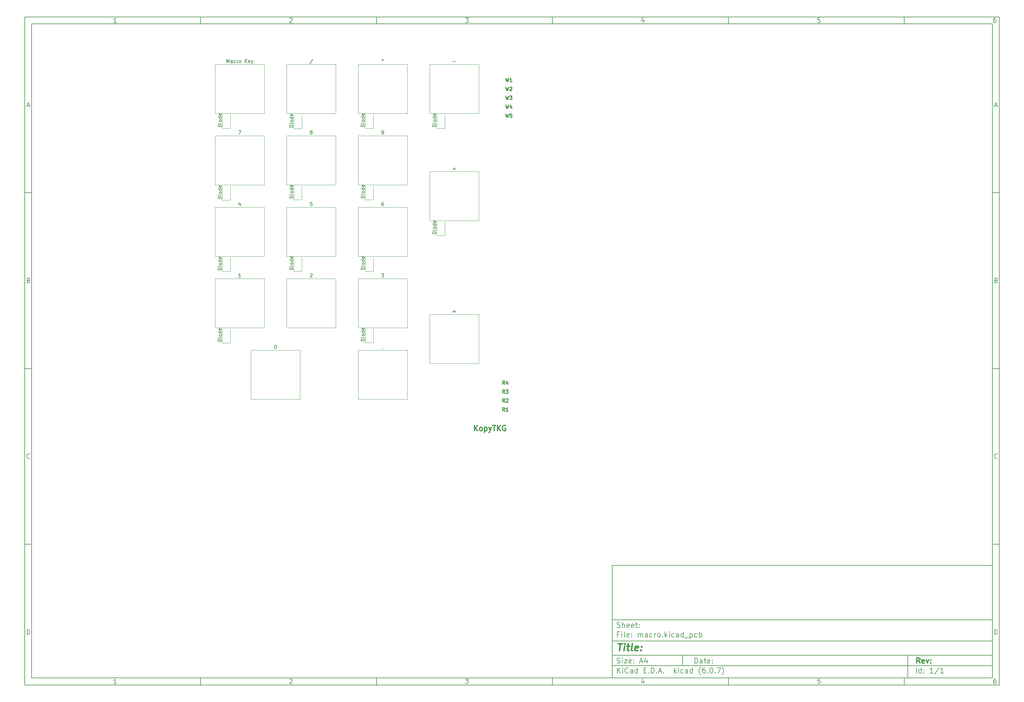
<source format=gbr>
%TF.GenerationSoftware,KiCad,Pcbnew,(6.0.7)*%
%TF.CreationDate,2022-08-16T17:25:39+02:00*%
%TF.ProjectId,macro,6d616372-6f2e-46b6-9963-61645f706362,rev?*%
%TF.SameCoordinates,Original*%
%TF.FileFunction,Legend,Top*%
%TF.FilePolarity,Positive*%
%FSLAX46Y46*%
G04 Gerber Fmt 4.6, Leading zero omitted, Abs format (unit mm)*
G04 Created by KiCad (PCBNEW (6.0.7)) date 2022-08-16 17:25:39*
%MOMM*%
%LPD*%
G01*
G04 APERTURE LIST*
%ADD10C,0.100000*%
%ADD11C,0.150000*%
%ADD12C,0.300000*%
%ADD13C,0.400000*%
%ADD14C,0.250000*%
%ADD15C,0.120000*%
G04 APERTURE END LIST*
D10*
D11*
X177002200Y-166007200D02*
X177002200Y-198007200D01*
X285002200Y-198007200D01*
X285002200Y-166007200D01*
X177002200Y-166007200D01*
D10*
D11*
X10000000Y-10000000D02*
X10000000Y-200007200D01*
X287002200Y-200007200D01*
X287002200Y-10000000D01*
X10000000Y-10000000D01*
D10*
D11*
X12000000Y-12000000D02*
X12000000Y-198007200D01*
X285002200Y-198007200D01*
X285002200Y-12000000D01*
X12000000Y-12000000D01*
D10*
D11*
X60000000Y-12000000D02*
X60000000Y-10000000D01*
D10*
D11*
X110000000Y-12000000D02*
X110000000Y-10000000D01*
D10*
D11*
X160000000Y-12000000D02*
X160000000Y-10000000D01*
D10*
D11*
X210000000Y-12000000D02*
X210000000Y-10000000D01*
D10*
D11*
X260000000Y-12000000D02*
X260000000Y-10000000D01*
D10*
D11*
X36065476Y-11588095D02*
X35322619Y-11588095D01*
X35694047Y-11588095D02*
X35694047Y-10288095D01*
X35570238Y-10473809D01*
X35446428Y-10597619D01*
X35322619Y-10659523D01*
D10*
D11*
X85322619Y-10411904D02*
X85384523Y-10350000D01*
X85508333Y-10288095D01*
X85817857Y-10288095D01*
X85941666Y-10350000D01*
X86003571Y-10411904D01*
X86065476Y-10535714D01*
X86065476Y-10659523D01*
X86003571Y-10845238D01*
X85260714Y-11588095D01*
X86065476Y-11588095D01*
D10*
D11*
X135260714Y-10288095D02*
X136065476Y-10288095D01*
X135632142Y-10783333D01*
X135817857Y-10783333D01*
X135941666Y-10845238D01*
X136003571Y-10907142D01*
X136065476Y-11030952D01*
X136065476Y-11340476D01*
X136003571Y-11464285D01*
X135941666Y-11526190D01*
X135817857Y-11588095D01*
X135446428Y-11588095D01*
X135322619Y-11526190D01*
X135260714Y-11464285D01*
D10*
D11*
X185941666Y-10721428D02*
X185941666Y-11588095D01*
X185632142Y-10226190D02*
X185322619Y-11154761D01*
X186127380Y-11154761D01*
D10*
D11*
X236003571Y-10288095D02*
X235384523Y-10288095D01*
X235322619Y-10907142D01*
X235384523Y-10845238D01*
X235508333Y-10783333D01*
X235817857Y-10783333D01*
X235941666Y-10845238D01*
X236003571Y-10907142D01*
X236065476Y-11030952D01*
X236065476Y-11340476D01*
X236003571Y-11464285D01*
X235941666Y-11526190D01*
X235817857Y-11588095D01*
X235508333Y-11588095D01*
X235384523Y-11526190D01*
X235322619Y-11464285D01*
D10*
D11*
X285941666Y-10288095D02*
X285694047Y-10288095D01*
X285570238Y-10350000D01*
X285508333Y-10411904D01*
X285384523Y-10597619D01*
X285322619Y-10845238D01*
X285322619Y-11340476D01*
X285384523Y-11464285D01*
X285446428Y-11526190D01*
X285570238Y-11588095D01*
X285817857Y-11588095D01*
X285941666Y-11526190D01*
X286003571Y-11464285D01*
X286065476Y-11340476D01*
X286065476Y-11030952D01*
X286003571Y-10907142D01*
X285941666Y-10845238D01*
X285817857Y-10783333D01*
X285570238Y-10783333D01*
X285446428Y-10845238D01*
X285384523Y-10907142D01*
X285322619Y-11030952D01*
D10*
D11*
X60000000Y-198007200D02*
X60000000Y-200007200D01*
D10*
D11*
X110000000Y-198007200D02*
X110000000Y-200007200D01*
D10*
D11*
X160000000Y-198007200D02*
X160000000Y-200007200D01*
D10*
D11*
X210000000Y-198007200D02*
X210000000Y-200007200D01*
D10*
D11*
X260000000Y-198007200D02*
X260000000Y-200007200D01*
D10*
D11*
X36065476Y-199595295D02*
X35322619Y-199595295D01*
X35694047Y-199595295D02*
X35694047Y-198295295D01*
X35570238Y-198481009D01*
X35446428Y-198604819D01*
X35322619Y-198666723D01*
D10*
D11*
X85322619Y-198419104D02*
X85384523Y-198357200D01*
X85508333Y-198295295D01*
X85817857Y-198295295D01*
X85941666Y-198357200D01*
X86003571Y-198419104D01*
X86065476Y-198542914D01*
X86065476Y-198666723D01*
X86003571Y-198852438D01*
X85260714Y-199595295D01*
X86065476Y-199595295D01*
D10*
D11*
X135260714Y-198295295D02*
X136065476Y-198295295D01*
X135632142Y-198790533D01*
X135817857Y-198790533D01*
X135941666Y-198852438D01*
X136003571Y-198914342D01*
X136065476Y-199038152D01*
X136065476Y-199347676D01*
X136003571Y-199471485D01*
X135941666Y-199533390D01*
X135817857Y-199595295D01*
X135446428Y-199595295D01*
X135322619Y-199533390D01*
X135260714Y-199471485D01*
D10*
D11*
X185941666Y-198728628D02*
X185941666Y-199595295D01*
X185632142Y-198233390D02*
X185322619Y-199161961D01*
X186127380Y-199161961D01*
D10*
D11*
X236003571Y-198295295D02*
X235384523Y-198295295D01*
X235322619Y-198914342D01*
X235384523Y-198852438D01*
X235508333Y-198790533D01*
X235817857Y-198790533D01*
X235941666Y-198852438D01*
X236003571Y-198914342D01*
X236065476Y-199038152D01*
X236065476Y-199347676D01*
X236003571Y-199471485D01*
X235941666Y-199533390D01*
X235817857Y-199595295D01*
X235508333Y-199595295D01*
X235384523Y-199533390D01*
X235322619Y-199471485D01*
D10*
D11*
X285941666Y-198295295D02*
X285694047Y-198295295D01*
X285570238Y-198357200D01*
X285508333Y-198419104D01*
X285384523Y-198604819D01*
X285322619Y-198852438D01*
X285322619Y-199347676D01*
X285384523Y-199471485D01*
X285446428Y-199533390D01*
X285570238Y-199595295D01*
X285817857Y-199595295D01*
X285941666Y-199533390D01*
X286003571Y-199471485D01*
X286065476Y-199347676D01*
X286065476Y-199038152D01*
X286003571Y-198914342D01*
X285941666Y-198852438D01*
X285817857Y-198790533D01*
X285570238Y-198790533D01*
X285446428Y-198852438D01*
X285384523Y-198914342D01*
X285322619Y-199038152D01*
D10*
D11*
X10000000Y-60000000D02*
X12000000Y-60000000D01*
D10*
D11*
X10000000Y-110000000D02*
X12000000Y-110000000D01*
D10*
D11*
X10000000Y-160000000D02*
X12000000Y-160000000D01*
D10*
D11*
X10690476Y-35216666D02*
X11309523Y-35216666D01*
X10566666Y-35588095D02*
X11000000Y-34288095D01*
X11433333Y-35588095D01*
D10*
D11*
X11092857Y-84907142D02*
X11278571Y-84969047D01*
X11340476Y-85030952D01*
X11402380Y-85154761D01*
X11402380Y-85340476D01*
X11340476Y-85464285D01*
X11278571Y-85526190D01*
X11154761Y-85588095D01*
X10659523Y-85588095D01*
X10659523Y-84288095D01*
X11092857Y-84288095D01*
X11216666Y-84350000D01*
X11278571Y-84411904D01*
X11340476Y-84535714D01*
X11340476Y-84659523D01*
X11278571Y-84783333D01*
X11216666Y-84845238D01*
X11092857Y-84907142D01*
X10659523Y-84907142D01*
D10*
D11*
X11402380Y-135464285D02*
X11340476Y-135526190D01*
X11154761Y-135588095D01*
X11030952Y-135588095D01*
X10845238Y-135526190D01*
X10721428Y-135402380D01*
X10659523Y-135278571D01*
X10597619Y-135030952D01*
X10597619Y-134845238D01*
X10659523Y-134597619D01*
X10721428Y-134473809D01*
X10845238Y-134350000D01*
X11030952Y-134288095D01*
X11154761Y-134288095D01*
X11340476Y-134350000D01*
X11402380Y-134411904D01*
D10*
D11*
X10659523Y-185588095D02*
X10659523Y-184288095D01*
X10969047Y-184288095D01*
X11154761Y-184350000D01*
X11278571Y-184473809D01*
X11340476Y-184597619D01*
X11402380Y-184845238D01*
X11402380Y-185030952D01*
X11340476Y-185278571D01*
X11278571Y-185402380D01*
X11154761Y-185526190D01*
X10969047Y-185588095D01*
X10659523Y-185588095D01*
D10*
D11*
X287002200Y-60000000D02*
X285002200Y-60000000D01*
D10*
D11*
X287002200Y-110000000D02*
X285002200Y-110000000D01*
D10*
D11*
X287002200Y-160000000D02*
X285002200Y-160000000D01*
D10*
D11*
X285692676Y-35216666D02*
X286311723Y-35216666D01*
X285568866Y-35588095D02*
X286002200Y-34288095D01*
X286435533Y-35588095D01*
D10*
D11*
X286095057Y-84907142D02*
X286280771Y-84969047D01*
X286342676Y-85030952D01*
X286404580Y-85154761D01*
X286404580Y-85340476D01*
X286342676Y-85464285D01*
X286280771Y-85526190D01*
X286156961Y-85588095D01*
X285661723Y-85588095D01*
X285661723Y-84288095D01*
X286095057Y-84288095D01*
X286218866Y-84350000D01*
X286280771Y-84411904D01*
X286342676Y-84535714D01*
X286342676Y-84659523D01*
X286280771Y-84783333D01*
X286218866Y-84845238D01*
X286095057Y-84907142D01*
X285661723Y-84907142D01*
D10*
D11*
X286404580Y-135464285D02*
X286342676Y-135526190D01*
X286156961Y-135588095D01*
X286033152Y-135588095D01*
X285847438Y-135526190D01*
X285723628Y-135402380D01*
X285661723Y-135278571D01*
X285599819Y-135030952D01*
X285599819Y-134845238D01*
X285661723Y-134597619D01*
X285723628Y-134473809D01*
X285847438Y-134350000D01*
X286033152Y-134288095D01*
X286156961Y-134288095D01*
X286342676Y-134350000D01*
X286404580Y-134411904D01*
D10*
D11*
X285661723Y-185588095D02*
X285661723Y-184288095D01*
X285971247Y-184288095D01*
X286156961Y-184350000D01*
X286280771Y-184473809D01*
X286342676Y-184597619D01*
X286404580Y-184845238D01*
X286404580Y-185030952D01*
X286342676Y-185278571D01*
X286280771Y-185402380D01*
X286156961Y-185526190D01*
X285971247Y-185588095D01*
X285661723Y-185588095D01*
D10*
D11*
X200434342Y-193785771D02*
X200434342Y-192285771D01*
X200791485Y-192285771D01*
X201005771Y-192357200D01*
X201148628Y-192500057D01*
X201220057Y-192642914D01*
X201291485Y-192928628D01*
X201291485Y-193142914D01*
X201220057Y-193428628D01*
X201148628Y-193571485D01*
X201005771Y-193714342D01*
X200791485Y-193785771D01*
X200434342Y-193785771D01*
X202577200Y-193785771D02*
X202577200Y-193000057D01*
X202505771Y-192857200D01*
X202362914Y-192785771D01*
X202077200Y-192785771D01*
X201934342Y-192857200D01*
X202577200Y-193714342D02*
X202434342Y-193785771D01*
X202077200Y-193785771D01*
X201934342Y-193714342D01*
X201862914Y-193571485D01*
X201862914Y-193428628D01*
X201934342Y-193285771D01*
X202077200Y-193214342D01*
X202434342Y-193214342D01*
X202577200Y-193142914D01*
X203077200Y-192785771D02*
X203648628Y-192785771D01*
X203291485Y-192285771D02*
X203291485Y-193571485D01*
X203362914Y-193714342D01*
X203505771Y-193785771D01*
X203648628Y-193785771D01*
X204720057Y-193714342D02*
X204577200Y-193785771D01*
X204291485Y-193785771D01*
X204148628Y-193714342D01*
X204077200Y-193571485D01*
X204077200Y-193000057D01*
X204148628Y-192857200D01*
X204291485Y-192785771D01*
X204577200Y-192785771D01*
X204720057Y-192857200D01*
X204791485Y-193000057D01*
X204791485Y-193142914D01*
X204077200Y-193285771D01*
X205434342Y-193642914D02*
X205505771Y-193714342D01*
X205434342Y-193785771D01*
X205362914Y-193714342D01*
X205434342Y-193642914D01*
X205434342Y-193785771D01*
X205434342Y-192857200D02*
X205505771Y-192928628D01*
X205434342Y-193000057D01*
X205362914Y-192928628D01*
X205434342Y-192857200D01*
X205434342Y-193000057D01*
D10*
D11*
X177002200Y-194507200D02*
X285002200Y-194507200D01*
D10*
D11*
X178434342Y-196585771D02*
X178434342Y-195085771D01*
X179291485Y-196585771D02*
X178648628Y-195728628D01*
X179291485Y-195085771D02*
X178434342Y-195942914D01*
X179934342Y-196585771D02*
X179934342Y-195585771D01*
X179934342Y-195085771D02*
X179862914Y-195157200D01*
X179934342Y-195228628D01*
X180005771Y-195157200D01*
X179934342Y-195085771D01*
X179934342Y-195228628D01*
X181505771Y-196442914D02*
X181434342Y-196514342D01*
X181220057Y-196585771D01*
X181077200Y-196585771D01*
X180862914Y-196514342D01*
X180720057Y-196371485D01*
X180648628Y-196228628D01*
X180577200Y-195942914D01*
X180577200Y-195728628D01*
X180648628Y-195442914D01*
X180720057Y-195300057D01*
X180862914Y-195157200D01*
X181077200Y-195085771D01*
X181220057Y-195085771D01*
X181434342Y-195157200D01*
X181505771Y-195228628D01*
X182791485Y-196585771D02*
X182791485Y-195800057D01*
X182720057Y-195657200D01*
X182577200Y-195585771D01*
X182291485Y-195585771D01*
X182148628Y-195657200D01*
X182791485Y-196514342D02*
X182648628Y-196585771D01*
X182291485Y-196585771D01*
X182148628Y-196514342D01*
X182077200Y-196371485D01*
X182077200Y-196228628D01*
X182148628Y-196085771D01*
X182291485Y-196014342D01*
X182648628Y-196014342D01*
X182791485Y-195942914D01*
X184148628Y-196585771D02*
X184148628Y-195085771D01*
X184148628Y-196514342D02*
X184005771Y-196585771D01*
X183720057Y-196585771D01*
X183577200Y-196514342D01*
X183505771Y-196442914D01*
X183434342Y-196300057D01*
X183434342Y-195871485D01*
X183505771Y-195728628D01*
X183577200Y-195657200D01*
X183720057Y-195585771D01*
X184005771Y-195585771D01*
X184148628Y-195657200D01*
X186005771Y-195800057D02*
X186505771Y-195800057D01*
X186720057Y-196585771D02*
X186005771Y-196585771D01*
X186005771Y-195085771D01*
X186720057Y-195085771D01*
X187362914Y-196442914D02*
X187434342Y-196514342D01*
X187362914Y-196585771D01*
X187291485Y-196514342D01*
X187362914Y-196442914D01*
X187362914Y-196585771D01*
X188077200Y-196585771D02*
X188077200Y-195085771D01*
X188434342Y-195085771D01*
X188648628Y-195157200D01*
X188791485Y-195300057D01*
X188862914Y-195442914D01*
X188934342Y-195728628D01*
X188934342Y-195942914D01*
X188862914Y-196228628D01*
X188791485Y-196371485D01*
X188648628Y-196514342D01*
X188434342Y-196585771D01*
X188077200Y-196585771D01*
X189577200Y-196442914D02*
X189648628Y-196514342D01*
X189577200Y-196585771D01*
X189505771Y-196514342D01*
X189577200Y-196442914D01*
X189577200Y-196585771D01*
X190220057Y-196157200D02*
X190934342Y-196157200D01*
X190077200Y-196585771D02*
X190577200Y-195085771D01*
X191077200Y-196585771D01*
X191577200Y-196442914D02*
X191648628Y-196514342D01*
X191577200Y-196585771D01*
X191505771Y-196514342D01*
X191577200Y-196442914D01*
X191577200Y-196585771D01*
X194577200Y-196585771D02*
X194577200Y-195085771D01*
X194720057Y-196014342D02*
X195148628Y-196585771D01*
X195148628Y-195585771D02*
X194577200Y-196157200D01*
X195791485Y-196585771D02*
X195791485Y-195585771D01*
X195791485Y-195085771D02*
X195720057Y-195157200D01*
X195791485Y-195228628D01*
X195862914Y-195157200D01*
X195791485Y-195085771D01*
X195791485Y-195228628D01*
X197148628Y-196514342D02*
X197005771Y-196585771D01*
X196720057Y-196585771D01*
X196577200Y-196514342D01*
X196505771Y-196442914D01*
X196434342Y-196300057D01*
X196434342Y-195871485D01*
X196505771Y-195728628D01*
X196577200Y-195657200D01*
X196720057Y-195585771D01*
X197005771Y-195585771D01*
X197148628Y-195657200D01*
X198434342Y-196585771D02*
X198434342Y-195800057D01*
X198362914Y-195657200D01*
X198220057Y-195585771D01*
X197934342Y-195585771D01*
X197791485Y-195657200D01*
X198434342Y-196514342D02*
X198291485Y-196585771D01*
X197934342Y-196585771D01*
X197791485Y-196514342D01*
X197720057Y-196371485D01*
X197720057Y-196228628D01*
X197791485Y-196085771D01*
X197934342Y-196014342D01*
X198291485Y-196014342D01*
X198434342Y-195942914D01*
X199791485Y-196585771D02*
X199791485Y-195085771D01*
X199791485Y-196514342D02*
X199648628Y-196585771D01*
X199362914Y-196585771D01*
X199220057Y-196514342D01*
X199148628Y-196442914D01*
X199077200Y-196300057D01*
X199077200Y-195871485D01*
X199148628Y-195728628D01*
X199220057Y-195657200D01*
X199362914Y-195585771D01*
X199648628Y-195585771D01*
X199791485Y-195657200D01*
X202077200Y-197157200D02*
X202005771Y-197085771D01*
X201862914Y-196871485D01*
X201791485Y-196728628D01*
X201720057Y-196514342D01*
X201648628Y-196157200D01*
X201648628Y-195871485D01*
X201720057Y-195514342D01*
X201791485Y-195300057D01*
X201862914Y-195157200D01*
X202005771Y-194942914D01*
X202077200Y-194871485D01*
X203291485Y-195085771D02*
X203005771Y-195085771D01*
X202862914Y-195157200D01*
X202791485Y-195228628D01*
X202648628Y-195442914D01*
X202577200Y-195728628D01*
X202577200Y-196300057D01*
X202648628Y-196442914D01*
X202720057Y-196514342D01*
X202862914Y-196585771D01*
X203148628Y-196585771D01*
X203291485Y-196514342D01*
X203362914Y-196442914D01*
X203434342Y-196300057D01*
X203434342Y-195942914D01*
X203362914Y-195800057D01*
X203291485Y-195728628D01*
X203148628Y-195657200D01*
X202862914Y-195657200D01*
X202720057Y-195728628D01*
X202648628Y-195800057D01*
X202577200Y-195942914D01*
X204077200Y-196442914D02*
X204148628Y-196514342D01*
X204077200Y-196585771D01*
X204005771Y-196514342D01*
X204077200Y-196442914D01*
X204077200Y-196585771D01*
X205077200Y-195085771D02*
X205220057Y-195085771D01*
X205362914Y-195157200D01*
X205434342Y-195228628D01*
X205505771Y-195371485D01*
X205577200Y-195657200D01*
X205577200Y-196014342D01*
X205505771Y-196300057D01*
X205434342Y-196442914D01*
X205362914Y-196514342D01*
X205220057Y-196585771D01*
X205077200Y-196585771D01*
X204934342Y-196514342D01*
X204862914Y-196442914D01*
X204791485Y-196300057D01*
X204720057Y-196014342D01*
X204720057Y-195657200D01*
X204791485Y-195371485D01*
X204862914Y-195228628D01*
X204934342Y-195157200D01*
X205077200Y-195085771D01*
X206220057Y-196442914D02*
X206291485Y-196514342D01*
X206220057Y-196585771D01*
X206148628Y-196514342D01*
X206220057Y-196442914D01*
X206220057Y-196585771D01*
X206791485Y-195085771D02*
X207791485Y-195085771D01*
X207148628Y-196585771D01*
X208220057Y-197157200D02*
X208291485Y-197085771D01*
X208434342Y-196871485D01*
X208505771Y-196728628D01*
X208577200Y-196514342D01*
X208648628Y-196157200D01*
X208648628Y-195871485D01*
X208577200Y-195514342D01*
X208505771Y-195300057D01*
X208434342Y-195157200D01*
X208291485Y-194942914D01*
X208220057Y-194871485D01*
D10*
D11*
X177002200Y-191507200D02*
X285002200Y-191507200D01*
D10*
D12*
X264411485Y-193785771D02*
X263911485Y-193071485D01*
X263554342Y-193785771D02*
X263554342Y-192285771D01*
X264125771Y-192285771D01*
X264268628Y-192357200D01*
X264340057Y-192428628D01*
X264411485Y-192571485D01*
X264411485Y-192785771D01*
X264340057Y-192928628D01*
X264268628Y-193000057D01*
X264125771Y-193071485D01*
X263554342Y-193071485D01*
X265625771Y-193714342D02*
X265482914Y-193785771D01*
X265197200Y-193785771D01*
X265054342Y-193714342D01*
X264982914Y-193571485D01*
X264982914Y-193000057D01*
X265054342Y-192857200D01*
X265197200Y-192785771D01*
X265482914Y-192785771D01*
X265625771Y-192857200D01*
X265697200Y-193000057D01*
X265697200Y-193142914D01*
X264982914Y-193285771D01*
X266197200Y-192785771D02*
X266554342Y-193785771D01*
X266911485Y-192785771D01*
X267482914Y-193642914D02*
X267554342Y-193714342D01*
X267482914Y-193785771D01*
X267411485Y-193714342D01*
X267482914Y-193642914D01*
X267482914Y-193785771D01*
X267482914Y-192857200D02*
X267554342Y-192928628D01*
X267482914Y-193000057D01*
X267411485Y-192928628D01*
X267482914Y-192857200D01*
X267482914Y-193000057D01*
D10*
D11*
X178362914Y-193714342D02*
X178577200Y-193785771D01*
X178934342Y-193785771D01*
X179077200Y-193714342D01*
X179148628Y-193642914D01*
X179220057Y-193500057D01*
X179220057Y-193357200D01*
X179148628Y-193214342D01*
X179077200Y-193142914D01*
X178934342Y-193071485D01*
X178648628Y-193000057D01*
X178505771Y-192928628D01*
X178434342Y-192857200D01*
X178362914Y-192714342D01*
X178362914Y-192571485D01*
X178434342Y-192428628D01*
X178505771Y-192357200D01*
X178648628Y-192285771D01*
X179005771Y-192285771D01*
X179220057Y-192357200D01*
X179862914Y-193785771D02*
X179862914Y-192785771D01*
X179862914Y-192285771D02*
X179791485Y-192357200D01*
X179862914Y-192428628D01*
X179934342Y-192357200D01*
X179862914Y-192285771D01*
X179862914Y-192428628D01*
X180434342Y-192785771D02*
X181220057Y-192785771D01*
X180434342Y-193785771D01*
X181220057Y-193785771D01*
X182362914Y-193714342D02*
X182220057Y-193785771D01*
X181934342Y-193785771D01*
X181791485Y-193714342D01*
X181720057Y-193571485D01*
X181720057Y-193000057D01*
X181791485Y-192857200D01*
X181934342Y-192785771D01*
X182220057Y-192785771D01*
X182362914Y-192857200D01*
X182434342Y-193000057D01*
X182434342Y-193142914D01*
X181720057Y-193285771D01*
X183077200Y-193642914D02*
X183148628Y-193714342D01*
X183077200Y-193785771D01*
X183005771Y-193714342D01*
X183077200Y-193642914D01*
X183077200Y-193785771D01*
X183077200Y-192857200D02*
X183148628Y-192928628D01*
X183077200Y-193000057D01*
X183005771Y-192928628D01*
X183077200Y-192857200D01*
X183077200Y-193000057D01*
X184862914Y-193357200D02*
X185577200Y-193357200D01*
X184720057Y-193785771D02*
X185220057Y-192285771D01*
X185720057Y-193785771D01*
X186862914Y-192785771D02*
X186862914Y-193785771D01*
X186505771Y-192214342D02*
X186148628Y-193285771D01*
X187077200Y-193285771D01*
D10*
D11*
X263434342Y-196585771D02*
X263434342Y-195085771D01*
X264791485Y-196585771D02*
X264791485Y-195085771D01*
X264791485Y-196514342D02*
X264648628Y-196585771D01*
X264362914Y-196585771D01*
X264220057Y-196514342D01*
X264148628Y-196442914D01*
X264077200Y-196300057D01*
X264077200Y-195871485D01*
X264148628Y-195728628D01*
X264220057Y-195657200D01*
X264362914Y-195585771D01*
X264648628Y-195585771D01*
X264791485Y-195657200D01*
X265505771Y-196442914D02*
X265577200Y-196514342D01*
X265505771Y-196585771D01*
X265434342Y-196514342D01*
X265505771Y-196442914D01*
X265505771Y-196585771D01*
X265505771Y-195657200D02*
X265577200Y-195728628D01*
X265505771Y-195800057D01*
X265434342Y-195728628D01*
X265505771Y-195657200D01*
X265505771Y-195800057D01*
X268148628Y-196585771D02*
X267291485Y-196585771D01*
X267720057Y-196585771D02*
X267720057Y-195085771D01*
X267577200Y-195300057D01*
X267434342Y-195442914D01*
X267291485Y-195514342D01*
X269862914Y-195014342D02*
X268577200Y-196942914D01*
X271148628Y-196585771D02*
X270291485Y-196585771D01*
X270720057Y-196585771D02*
X270720057Y-195085771D01*
X270577200Y-195300057D01*
X270434342Y-195442914D01*
X270291485Y-195514342D01*
D10*
D11*
X177002200Y-187507200D02*
X285002200Y-187507200D01*
D10*
D13*
X178714580Y-188211961D02*
X179857438Y-188211961D01*
X179036009Y-190211961D02*
X179286009Y-188211961D01*
X180274104Y-190211961D02*
X180440771Y-188878628D01*
X180524104Y-188211961D02*
X180416961Y-188307200D01*
X180500295Y-188402438D01*
X180607438Y-188307200D01*
X180524104Y-188211961D01*
X180500295Y-188402438D01*
X181107438Y-188878628D02*
X181869342Y-188878628D01*
X181476485Y-188211961D02*
X181262200Y-189926247D01*
X181333628Y-190116723D01*
X181512200Y-190211961D01*
X181702676Y-190211961D01*
X182655057Y-190211961D02*
X182476485Y-190116723D01*
X182405057Y-189926247D01*
X182619342Y-188211961D01*
X184190771Y-190116723D02*
X183988390Y-190211961D01*
X183607438Y-190211961D01*
X183428866Y-190116723D01*
X183357438Y-189926247D01*
X183452676Y-189164342D01*
X183571723Y-188973866D01*
X183774104Y-188878628D01*
X184155057Y-188878628D01*
X184333628Y-188973866D01*
X184405057Y-189164342D01*
X184381247Y-189354819D01*
X183405057Y-189545295D01*
X185155057Y-190021485D02*
X185238390Y-190116723D01*
X185131247Y-190211961D01*
X185047914Y-190116723D01*
X185155057Y-190021485D01*
X185131247Y-190211961D01*
X185286009Y-188973866D02*
X185369342Y-189069104D01*
X185262200Y-189164342D01*
X185178866Y-189069104D01*
X185286009Y-188973866D01*
X185262200Y-189164342D01*
D10*
D11*
X178934342Y-185600057D02*
X178434342Y-185600057D01*
X178434342Y-186385771D02*
X178434342Y-184885771D01*
X179148628Y-184885771D01*
X179720057Y-186385771D02*
X179720057Y-185385771D01*
X179720057Y-184885771D02*
X179648628Y-184957200D01*
X179720057Y-185028628D01*
X179791485Y-184957200D01*
X179720057Y-184885771D01*
X179720057Y-185028628D01*
X180648628Y-186385771D02*
X180505771Y-186314342D01*
X180434342Y-186171485D01*
X180434342Y-184885771D01*
X181791485Y-186314342D02*
X181648628Y-186385771D01*
X181362914Y-186385771D01*
X181220057Y-186314342D01*
X181148628Y-186171485D01*
X181148628Y-185600057D01*
X181220057Y-185457200D01*
X181362914Y-185385771D01*
X181648628Y-185385771D01*
X181791485Y-185457200D01*
X181862914Y-185600057D01*
X181862914Y-185742914D01*
X181148628Y-185885771D01*
X182505771Y-186242914D02*
X182577200Y-186314342D01*
X182505771Y-186385771D01*
X182434342Y-186314342D01*
X182505771Y-186242914D01*
X182505771Y-186385771D01*
X182505771Y-185457200D02*
X182577200Y-185528628D01*
X182505771Y-185600057D01*
X182434342Y-185528628D01*
X182505771Y-185457200D01*
X182505771Y-185600057D01*
X184362914Y-186385771D02*
X184362914Y-185385771D01*
X184362914Y-185528628D02*
X184434342Y-185457200D01*
X184577200Y-185385771D01*
X184791485Y-185385771D01*
X184934342Y-185457200D01*
X185005771Y-185600057D01*
X185005771Y-186385771D01*
X185005771Y-185600057D02*
X185077200Y-185457200D01*
X185220057Y-185385771D01*
X185434342Y-185385771D01*
X185577200Y-185457200D01*
X185648628Y-185600057D01*
X185648628Y-186385771D01*
X187005771Y-186385771D02*
X187005771Y-185600057D01*
X186934342Y-185457200D01*
X186791485Y-185385771D01*
X186505771Y-185385771D01*
X186362914Y-185457200D01*
X187005771Y-186314342D02*
X186862914Y-186385771D01*
X186505771Y-186385771D01*
X186362914Y-186314342D01*
X186291485Y-186171485D01*
X186291485Y-186028628D01*
X186362914Y-185885771D01*
X186505771Y-185814342D01*
X186862914Y-185814342D01*
X187005771Y-185742914D01*
X188362914Y-186314342D02*
X188220057Y-186385771D01*
X187934342Y-186385771D01*
X187791485Y-186314342D01*
X187720057Y-186242914D01*
X187648628Y-186100057D01*
X187648628Y-185671485D01*
X187720057Y-185528628D01*
X187791485Y-185457200D01*
X187934342Y-185385771D01*
X188220057Y-185385771D01*
X188362914Y-185457200D01*
X189005771Y-186385771D02*
X189005771Y-185385771D01*
X189005771Y-185671485D02*
X189077200Y-185528628D01*
X189148628Y-185457200D01*
X189291485Y-185385771D01*
X189434342Y-185385771D01*
X190148628Y-186385771D02*
X190005771Y-186314342D01*
X189934342Y-186242914D01*
X189862914Y-186100057D01*
X189862914Y-185671485D01*
X189934342Y-185528628D01*
X190005771Y-185457200D01*
X190148628Y-185385771D01*
X190362914Y-185385771D01*
X190505771Y-185457200D01*
X190577200Y-185528628D01*
X190648628Y-185671485D01*
X190648628Y-186100057D01*
X190577200Y-186242914D01*
X190505771Y-186314342D01*
X190362914Y-186385771D01*
X190148628Y-186385771D01*
X191291485Y-186242914D02*
X191362914Y-186314342D01*
X191291485Y-186385771D01*
X191220057Y-186314342D01*
X191291485Y-186242914D01*
X191291485Y-186385771D01*
X192005771Y-186385771D02*
X192005771Y-184885771D01*
X192148628Y-185814342D02*
X192577200Y-186385771D01*
X192577200Y-185385771D02*
X192005771Y-185957200D01*
X193220057Y-186385771D02*
X193220057Y-185385771D01*
X193220057Y-184885771D02*
X193148628Y-184957200D01*
X193220057Y-185028628D01*
X193291485Y-184957200D01*
X193220057Y-184885771D01*
X193220057Y-185028628D01*
X194577200Y-186314342D02*
X194434342Y-186385771D01*
X194148628Y-186385771D01*
X194005771Y-186314342D01*
X193934342Y-186242914D01*
X193862914Y-186100057D01*
X193862914Y-185671485D01*
X193934342Y-185528628D01*
X194005771Y-185457200D01*
X194148628Y-185385771D01*
X194434342Y-185385771D01*
X194577200Y-185457200D01*
X195862914Y-186385771D02*
X195862914Y-185600057D01*
X195791485Y-185457200D01*
X195648628Y-185385771D01*
X195362914Y-185385771D01*
X195220057Y-185457200D01*
X195862914Y-186314342D02*
X195720057Y-186385771D01*
X195362914Y-186385771D01*
X195220057Y-186314342D01*
X195148628Y-186171485D01*
X195148628Y-186028628D01*
X195220057Y-185885771D01*
X195362914Y-185814342D01*
X195720057Y-185814342D01*
X195862914Y-185742914D01*
X197220057Y-186385771D02*
X197220057Y-184885771D01*
X197220057Y-186314342D02*
X197077200Y-186385771D01*
X196791485Y-186385771D01*
X196648628Y-186314342D01*
X196577200Y-186242914D01*
X196505771Y-186100057D01*
X196505771Y-185671485D01*
X196577200Y-185528628D01*
X196648628Y-185457200D01*
X196791485Y-185385771D01*
X197077200Y-185385771D01*
X197220057Y-185457200D01*
X197577200Y-186528628D02*
X198720057Y-186528628D01*
X199077200Y-185385771D02*
X199077200Y-186885771D01*
X199077200Y-185457200D02*
X199220057Y-185385771D01*
X199505771Y-185385771D01*
X199648628Y-185457200D01*
X199720057Y-185528628D01*
X199791485Y-185671485D01*
X199791485Y-186100057D01*
X199720057Y-186242914D01*
X199648628Y-186314342D01*
X199505771Y-186385771D01*
X199220057Y-186385771D01*
X199077200Y-186314342D01*
X201077200Y-186314342D02*
X200934342Y-186385771D01*
X200648628Y-186385771D01*
X200505771Y-186314342D01*
X200434342Y-186242914D01*
X200362914Y-186100057D01*
X200362914Y-185671485D01*
X200434342Y-185528628D01*
X200505771Y-185457200D01*
X200648628Y-185385771D01*
X200934342Y-185385771D01*
X201077200Y-185457200D01*
X201720057Y-186385771D02*
X201720057Y-184885771D01*
X201720057Y-185457200D02*
X201862914Y-185385771D01*
X202148628Y-185385771D01*
X202291485Y-185457200D01*
X202362914Y-185528628D01*
X202434342Y-185671485D01*
X202434342Y-186100057D01*
X202362914Y-186242914D01*
X202291485Y-186314342D01*
X202148628Y-186385771D01*
X201862914Y-186385771D01*
X201720057Y-186314342D01*
D10*
D11*
X177002200Y-181507200D02*
X285002200Y-181507200D01*
D10*
D11*
X178362914Y-183614342D02*
X178577200Y-183685771D01*
X178934342Y-183685771D01*
X179077200Y-183614342D01*
X179148628Y-183542914D01*
X179220057Y-183400057D01*
X179220057Y-183257200D01*
X179148628Y-183114342D01*
X179077200Y-183042914D01*
X178934342Y-182971485D01*
X178648628Y-182900057D01*
X178505771Y-182828628D01*
X178434342Y-182757200D01*
X178362914Y-182614342D01*
X178362914Y-182471485D01*
X178434342Y-182328628D01*
X178505771Y-182257200D01*
X178648628Y-182185771D01*
X179005771Y-182185771D01*
X179220057Y-182257200D01*
X179862914Y-183685771D02*
X179862914Y-182185771D01*
X180505771Y-183685771D02*
X180505771Y-182900057D01*
X180434342Y-182757200D01*
X180291485Y-182685771D01*
X180077200Y-182685771D01*
X179934342Y-182757200D01*
X179862914Y-182828628D01*
X181791485Y-183614342D02*
X181648628Y-183685771D01*
X181362914Y-183685771D01*
X181220057Y-183614342D01*
X181148628Y-183471485D01*
X181148628Y-182900057D01*
X181220057Y-182757200D01*
X181362914Y-182685771D01*
X181648628Y-182685771D01*
X181791485Y-182757200D01*
X181862914Y-182900057D01*
X181862914Y-183042914D01*
X181148628Y-183185771D01*
X183077200Y-183614342D02*
X182934342Y-183685771D01*
X182648628Y-183685771D01*
X182505771Y-183614342D01*
X182434342Y-183471485D01*
X182434342Y-182900057D01*
X182505771Y-182757200D01*
X182648628Y-182685771D01*
X182934342Y-182685771D01*
X183077200Y-182757200D01*
X183148628Y-182900057D01*
X183148628Y-183042914D01*
X182434342Y-183185771D01*
X183577200Y-182685771D02*
X184148628Y-182685771D01*
X183791485Y-182185771D02*
X183791485Y-183471485D01*
X183862914Y-183614342D01*
X184005771Y-183685771D01*
X184148628Y-183685771D01*
X184648628Y-183542914D02*
X184720057Y-183614342D01*
X184648628Y-183685771D01*
X184577200Y-183614342D01*
X184648628Y-183542914D01*
X184648628Y-183685771D01*
X184648628Y-182757200D02*
X184720057Y-182828628D01*
X184648628Y-182900057D01*
X184577200Y-182828628D01*
X184648628Y-182757200D01*
X184648628Y-182900057D01*
D10*
D12*
D10*
D11*
D10*
D11*
D10*
D11*
D10*
D11*
D10*
D11*
X197002200Y-191507200D02*
X197002200Y-194507200D01*
D10*
D11*
X261002200Y-191507200D02*
X261002200Y-198007200D01*
D14*
X146391333Y-114498380D02*
X146058000Y-114022190D01*
X145819904Y-114498380D02*
X145819904Y-113498380D01*
X146200857Y-113498380D01*
X146296095Y-113546000D01*
X146343714Y-113593619D01*
X146391333Y-113688857D01*
X146391333Y-113831714D01*
X146343714Y-113926952D01*
X146296095Y-113974571D01*
X146200857Y-114022190D01*
X145819904Y-114022190D01*
X147248476Y-113831714D02*
X147248476Y-114498380D01*
X147010380Y-113450761D02*
X146772285Y-114165047D01*
X147391333Y-114165047D01*
X146669238Y-27392380D02*
X146907333Y-28392380D01*
X147097809Y-27678095D01*
X147288285Y-28392380D01*
X147526380Y-27392380D01*
X148431142Y-28392380D02*
X147859714Y-28392380D01*
X148145428Y-28392380D02*
X148145428Y-27392380D01*
X148050190Y-27535238D01*
X147954952Y-27630476D01*
X147859714Y-27678095D01*
X146669238Y-29932380D02*
X146907333Y-30932380D01*
X147097809Y-30218095D01*
X147288285Y-30932380D01*
X147526380Y-29932380D01*
X147859714Y-30027619D02*
X147907333Y-29980000D01*
X148002571Y-29932380D01*
X148240666Y-29932380D01*
X148335904Y-29980000D01*
X148383523Y-30027619D01*
X148431142Y-30122857D01*
X148431142Y-30218095D01*
X148383523Y-30360952D01*
X147812095Y-30932380D01*
X148431142Y-30932380D01*
X146669238Y-32472380D02*
X146907333Y-33472380D01*
X147097809Y-32758095D01*
X147288285Y-33472380D01*
X147526380Y-32472380D01*
X147812095Y-32472380D02*
X148431142Y-32472380D01*
X148097809Y-32853333D01*
X148240666Y-32853333D01*
X148335904Y-32900952D01*
X148383523Y-32948571D01*
X148431142Y-33043809D01*
X148431142Y-33281904D01*
X148383523Y-33377142D01*
X148335904Y-33424761D01*
X148240666Y-33472380D01*
X147954952Y-33472380D01*
X147859714Y-33424761D01*
X147812095Y-33377142D01*
X146669238Y-35012380D02*
X146907333Y-36012380D01*
X147097809Y-35298095D01*
X147288285Y-36012380D01*
X147526380Y-35012380D01*
X148335904Y-35345714D02*
X148335904Y-36012380D01*
X148097809Y-34964761D02*
X147859714Y-35679047D01*
X148478761Y-35679047D01*
X146669238Y-37552380D02*
X146907333Y-38552380D01*
X147097809Y-37838095D01*
X147288285Y-38552380D01*
X147526380Y-37552380D01*
X148383523Y-37552380D02*
X147907333Y-37552380D01*
X147859714Y-38028571D01*
X147907333Y-37980952D01*
X148002571Y-37933333D01*
X148240666Y-37933333D01*
X148335904Y-37980952D01*
X148383523Y-38028571D01*
X148431142Y-38123809D01*
X148431142Y-38361904D01*
X148383523Y-38457142D01*
X148335904Y-38504761D01*
X148240666Y-38552380D01*
X148002571Y-38552380D01*
X147907333Y-38504761D01*
X147859714Y-38457142D01*
X146391333Y-117038380D02*
X146058000Y-116562190D01*
X145819904Y-117038380D02*
X145819904Y-116038380D01*
X146200857Y-116038380D01*
X146296095Y-116086000D01*
X146343714Y-116133619D01*
X146391333Y-116228857D01*
X146391333Y-116371714D01*
X146343714Y-116466952D01*
X146296095Y-116514571D01*
X146200857Y-116562190D01*
X145819904Y-116562190D01*
X146724666Y-116038380D02*
X147343714Y-116038380D01*
X147010380Y-116419333D01*
X147153238Y-116419333D01*
X147248476Y-116466952D01*
X147296095Y-116514571D01*
X147343714Y-116609809D01*
X147343714Y-116847904D01*
X147296095Y-116943142D01*
X147248476Y-116990761D01*
X147153238Y-117038380D01*
X146867523Y-117038380D01*
X146772285Y-116990761D01*
X146724666Y-116943142D01*
X146391333Y-119578380D02*
X146058000Y-119102190D01*
X145819904Y-119578380D02*
X145819904Y-118578380D01*
X146200857Y-118578380D01*
X146296095Y-118626000D01*
X146343714Y-118673619D01*
X146391333Y-118768857D01*
X146391333Y-118911714D01*
X146343714Y-119006952D01*
X146296095Y-119054571D01*
X146200857Y-119102190D01*
X145819904Y-119102190D01*
X146772285Y-118673619D02*
X146819904Y-118626000D01*
X146915142Y-118578380D01*
X147153238Y-118578380D01*
X147248476Y-118626000D01*
X147296095Y-118673619D01*
X147343714Y-118768857D01*
X147343714Y-118864095D01*
X147296095Y-119006952D01*
X146724666Y-119578380D01*
X147343714Y-119578380D01*
X146391333Y-122118380D02*
X146058000Y-121642190D01*
X145819904Y-122118380D02*
X145819904Y-121118380D01*
X146200857Y-121118380D01*
X146296095Y-121166000D01*
X146343714Y-121213619D01*
X146391333Y-121308857D01*
X146391333Y-121451714D01*
X146343714Y-121546952D01*
X146296095Y-121594571D01*
X146200857Y-121642190D01*
X145819904Y-121642190D01*
X147343714Y-122118380D02*
X146772285Y-122118380D01*
X147058000Y-122118380D02*
X147058000Y-121118380D01*
X146962761Y-121261238D01*
X146867523Y-121356476D01*
X146772285Y-121404095D01*
D12*
X137847142Y-127678571D02*
X137847142Y-126178571D01*
X138704285Y-127678571D02*
X138061428Y-126821428D01*
X138704285Y-126178571D02*
X137847142Y-127035714D01*
X139561428Y-127678571D02*
X139418571Y-127607142D01*
X139347142Y-127535714D01*
X139275714Y-127392857D01*
X139275714Y-126964285D01*
X139347142Y-126821428D01*
X139418571Y-126750000D01*
X139561428Y-126678571D01*
X139775714Y-126678571D01*
X139918571Y-126750000D01*
X139990000Y-126821428D01*
X140061428Y-126964285D01*
X140061428Y-127392857D01*
X139990000Y-127535714D01*
X139918571Y-127607142D01*
X139775714Y-127678571D01*
X139561428Y-127678571D01*
X140704285Y-126678571D02*
X140704285Y-128178571D01*
X140704285Y-126750000D02*
X140847142Y-126678571D01*
X141132857Y-126678571D01*
X141275714Y-126750000D01*
X141347142Y-126821428D01*
X141418571Y-126964285D01*
X141418571Y-127392857D01*
X141347142Y-127535714D01*
X141275714Y-127607142D01*
X141132857Y-127678571D01*
X140847142Y-127678571D01*
X140704285Y-127607142D01*
X141918571Y-126678571D02*
X142275714Y-127678571D01*
X142632857Y-126678571D02*
X142275714Y-127678571D01*
X142132857Y-128035714D01*
X142061428Y-128107142D01*
X141918571Y-128178571D01*
X142990000Y-126178571D02*
X143847142Y-126178571D01*
X143418571Y-127678571D02*
X143418571Y-126178571D01*
X144347142Y-127678571D02*
X144347142Y-126178571D01*
X145204285Y-127678571D02*
X144561428Y-126821428D01*
X145204285Y-126178571D02*
X144347142Y-127035714D01*
X146632857Y-126250000D02*
X146490000Y-126178571D01*
X146275714Y-126178571D01*
X146061428Y-126250000D01*
X145918571Y-126392857D01*
X145847142Y-126535714D01*
X145775714Y-126821428D01*
X145775714Y-127035714D01*
X145847142Y-127321428D01*
X145918571Y-127464285D01*
X146061428Y-127607142D01*
X146275714Y-127678571D01*
X146418571Y-127678571D01*
X146632857Y-127607142D01*
X146704285Y-127535714D01*
X146704285Y-127035714D01*
X146418571Y-127035714D01*
D11*
%TO.C,*%
%TO.C,Diode*%
X106582380Y-102163333D02*
X105582380Y-102163333D01*
X105582380Y-101925238D01*
X105630000Y-101782380D01*
X105725238Y-101687142D01*
X105820476Y-101639523D01*
X106010952Y-101591904D01*
X106153809Y-101591904D01*
X106344285Y-101639523D01*
X106439523Y-101687142D01*
X106534761Y-101782380D01*
X106582380Y-101925238D01*
X106582380Y-102163333D01*
X106582380Y-101163333D02*
X105915714Y-101163333D01*
X105582380Y-101163333D02*
X105630000Y-101210952D01*
X105677619Y-101163333D01*
X105630000Y-101115714D01*
X105582380Y-101163333D01*
X105677619Y-101163333D01*
X106582380Y-100544285D02*
X106534761Y-100639523D01*
X106487142Y-100687142D01*
X106391904Y-100734761D01*
X106106190Y-100734761D01*
X106010952Y-100687142D01*
X105963333Y-100639523D01*
X105915714Y-100544285D01*
X105915714Y-100401428D01*
X105963333Y-100306190D01*
X106010952Y-100258571D01*
X106106190Y-100210952D01*
X106391904Y-100210952D01*
X106487142Y-100258571D01*
X106534761Y-100306190D01*
X106582380Y-100401428D01*
X106582380Y-100544285D01*
X106582380Y-99353809D02*
X105582380Y-99353809D01*
X106534761Y-99353809D02*
X106582380Y-99449047D01*
X106582380Y-99639523D01*
X106534761Y-99734761D01*
X106487142Y-99782380D01*
X106391904Y-99830000D01*
X106106190Y-99830000D01*
X106010952Y-99782380D01*
X105963333Y-99734761D01*
X105915714Y-99639523D01*
X105915714Y-99449047D01*
X105963333Y-99353809D01*
X106534761Y-98496666D02*
X106582380Y-98591904D01*
X106582380Y-98782380D01*
X106534761Y-98877619D01*
X106439523Y-98925238D01*
X106058571Y-98925238D01*
X105963333Y-98877619D01*
X105915714Y-98782380D01*
X105915714Y-98591904D01*
X105963333Y-98496666D01*
X106058571Y-98449047D01*
X106153809Y-98449047D01*
X106249047Y-98925238D01*
X126902380Y-71683333D02*
X125902380Y-71683333D01*
X125902380Y-71445238D01*
X125950000Y-71302380D01*
X126045238Y-71207142D01*
X126140476Y-71159523D01*
X126330952Y-71111904D01*
X126473809Y-71111904D01*
X126664285Y-71159523D01*
X126759523Y-71207142D01*
X126854761Y-71302380D01*
X126902380Y-71445238D01*
X126902380Y-71683333D01*
X126902380Y-70683333D02*
X126235714Y-70683333D01*
X125902380Y-70683333D02*
X125950000Y-70730952D01*
X125997619Y-70683333D01*
X125950000Y-70635714D01*
X125902380Y-70683333D01*
X125997619Y-70683333D01*
X126902380Y-70064285D02*
X126854761Y-70159523D01*
X126807142Y-70207142D01*
X126711904Y-70254761D01*
X126426190Y-70254761D01*
X126330952Y-70207142D01*
X126283333Y-70159523D01*
X126235714Y-70064285D01*
X126235714Y-69921428D01*
X126283333Y-69826190D01*
X126330952Y-69778571D01*
X126426190Y-69730952D01*
X126711904Y-69730952D01*
X126807142Y-69778571D01*
X126854761Y-69826190D01*
X126902380Y-69921428D01*
X126902380Y-70064285D01*
X126902380Y-68873809D02*
X125902380Y-68873809D01*
X126854761Y-68873809D02*
X126902380Y-68969047D01*
X126902380Y-69159523D01*
X126854761Y-69254761D01*
X126807142Y-69302380D01*
X126711904Y-69350000D01*
X126426190Y-69350000D01*
X126330952Y-69302380D01*
X126283333Y-69254761D01*
X126235714Y-69159523D01*
X126235714Y-68969047D01*
X126283333Y-68873809D01*
X126854761Y-68016666D02*
X126902380Y-68111904D01*
X126902380Y-68302380D01*
X126854761Y-68397619D01*
X126759523Y-68445238D01*
X126378571Y-68445238D01*
X126283333Y-68397619D01*
X126235714Y-68302380D01*
X126235714Y-68111904D01*
X126283333Y-68016666D01*
X126378571Y-67969047D01*
X126473809Y-67969047D01*
X126569047Y-68445238D01*
X106582380Y-81843333D02*
X105582380Y-81843333D01*
X105582380Y-81605238D01*
X105630000Y-81462380D01*
X105725238Y-81367142D01*
X105820476Y-81319523D01*
X106010952Y-81271904D01*
X106153809Y-81271904D01*
X106344285Y-81319523D01*
X106439523Y-81367142D01*
X106534761Y-81462380D01*
X106582380Y-81605238D01*
X106582380Y-81843333D01*
X106582380Y-80843333D02*
X105915714Y-80843333D01*
X105582380Y-80843333D02*
X105630000Y-80890952D01*
X105677619Y-80843333D01*
X105630000Y-80795714D01*
X105582380Y-80843333D01*
X105677619Y-80843333D01*
X106582380Y-80224285D02*
X106534761Y-80319523D01*
X106487142Y-80367142D01*
X106391904Y-80414761D01*
X106106190Y-80414761D01*
X106010952Y-80367142D01*
X105963333Y-80319523D01*
X105915714Y-80224285D01*
X105915714Y-80081428D01*
X105963333Y-79986190D01*
X106010952Y-79938571D01*
X106106190Y-79890952D01*
X106391904Y-79890952D01*
X106487142Y-79938571D01*
X106534761Y-79986190D01*
X106582380Y-80081428D01*
X106582380Y-80224285D01*
X106582380Y-79033809D02*
X105582380Y-79033809D01*
X106534761Y-79033809D02*
X106582380Y-79129047D01*
X106582380Y-79319523D01*
X106534761Y-79414761D01*
X106487142Y-79462380D01*
X106391904Y-79510000D01*
X106106190Y-79510000D01*
X106010952Y-79462380D01*
X105963333Y-79414761D01*
X105915714Y-79319523D01*
X105915714Y-79129047D01*
X105963333Y-79033809D01*
X106534761Y-78176666D02*
X106582380Y-78271904D01*
X106582380Y-78462380D01*
X106534761Y-78557619D01*
X106439523Y-78605238D01*
X106058571Y-78605238D01*
X105963333Y-78557619D01*
X105915714Y-78462380D01*
X105915714Y-78271904D01*
X105963333Y-78176666D01*
X106058571Y-78129047D01*
X106153809Y-78129047D01*
X106249047Y-78605238D01*
X86262380Y-81843333D02*
X85262380Y-81843333D01*
X85262380Y-81605238D01*
X85310000Y-81462380D01*
X85405238Y-81367142D01*
X85500476Y-81319523D01*
X85690952Y-81271904D01*
X85833809Y-81271904D01*
X86024285Y-81319523D01*
X86119523Y-81367142D01*
X86214761Y-81462380D01*
X86262380Y-81605238D01*
X86262380Y-81843333D01*
X86262380Y-80843333D02*
X85595714Y-80843333D01*
X85262380Y-80843333D02*
X85310000Y-80890952D01*
X85357619Y-80843333D01*
X85310000Y-80795714D01*
X85262380Y-80843333D01*
X85357619Y-80843333D01*
X86262380Y-80224285D02*
X86214761Y-80319523D01*
X86167142Y-80367142D01*
X86071904Y-80414761D01*
X85786190Y-80414761D01*
X85690952Y-80367142D01*
X85643333Y-80319523D01*
X85595714Y-80224285D01*
X85595714Y-80081428D01*
X85643333Y-79986190D01*
X85690952Y-79938571D01*
X85786190Y-79890952D01*
X86071904Y-79890952D01*
X86167142Y-79938571D01*
X86214761Y-79986190D01*
X86262380Y-80081428D01*
X86262380Y-80224285D01*
X86262380Y-79033809D02*
X85262380Y-79033809D01*
X86214761Y-79033809D02*
X86262380Y-79129047D01*
X86262380Y-79319523D01*
X86214761Y-79414761D01*
X86167142Y-79462380D01*
X86071904Y-79510000D01*
X85786190Y-79510000D01*
X85690952Y-79462380D01*
X85643333Y-79414761D01*
X85595714Y-79319523D01*
X85595714Y-79129047D01*
X85643333Y-79033809D01*
X86214761Y-78176666D02*
X86262380Y-78271904D01*
X86262380Y-78462380D01*
X86214761Y-78557619D01*
X86119523Y-78605238D01*
X85738571Y-78605238D01*
X85643333Y-78557619D01*
X85595714Y-78462380D01*
X85595714Y-78271904D01*
X85643333Y-78176666D01*
X85738571Y-78129047D01*
X85833809Y-78129047D01*
X85929047Y-78605238D01*
X106582380Y-61523333D02*
X105582380Y-61523333D01*
X105582380Y-61285238D01*
X105630000Y-61142380D01*
X105725238Y-61047142D01*
X105820476Y-60999523D01*
X106010952Y-60951904D01*
X106153809Y-60951904D01*
X106344285Y-60999523D01*
X106439523Y-61047142D01*
X106534761Y-61142380D01*
X106582380Y-61285238D01*
X106582380Y-61523333D01*
X106582380Y-60523333D02*
X105915714Y-60523333D01*
X105582380Y-60523333D02*
X105630000Y-60570952D01*
X105677619Y-60523333D01*
X105630000Y-60475714D01*
X105582380Y-60523333D01*
X105677619Y-60523333D01*
X106582380Y-59904285D02*
X106534761Y-59999523D01*
X106487142Y-60047142D01*
X106391904Y-60094761D01*
X106106190Y-60094761D01*
X106010952Y-60047142D01*
X105963333Y-59999523D01*
X105915714Y-59904285D01*
X105915714Y-59761428D01*
X105963333Y-59666190D01*
X106010952Y-59618571D01*
X106106190Y-59570952D01*
X106391904Y-59570952D01*
X106487142Y-59618571D01*
X106534761Y-59666190D01*
X106582380Y-59761428D01*
X106582380Y-59904285D01*
X106582380Y-58713809D02*
X105582380Y-58713809D01*
X106534761Y-58713809D02*
X106582380Y-58809047D01*
X106582380Y-58999523D01*
X106534761Y-59094761D01*
X106487142Y-59142380D01*
X106391904Y-59190000D01*
X106106190Y-59190000D01*
X106010952Y-59142380D01*
X105963333Y-59094761D01*
X105915714Y-58999523D01*
X105915714Y-58809047D01*
X105963333Y-58713809D01*
X106534761Y-57856666D02*
X106582380Y-57951904D01*
X106582380Y-58142380D01*
X106534761Y-58237619D01*
X106439523Y-58285238D01*
X106058571Y-58285238D01*
X105963333Y-58237619D01*
X105915714Y-58142380D01*
X105915714Y-57951904D01*
X105963333Y-57856666D01*
X106058571Y-57809047D01*
X106153809Y-57809047D01*
X106249047Y-58285238D01*
X86262380Y-61523333D02*
X85262380Y-61523333D01*
X85262380Y-61285238D01*
X85310000Y-61142380D01*
X85405238Y-61047142D01*
X85500476Y-60999523D01*
X85690952Y-60951904D01*
X85833809Y-60951904D01*
X86024285Y-60999523D01*
X86119523Y-61047142D01*
X86214761Y-61142380D01*
X86262380Y-61285238D01*
X86262380Y-61523333D01*
X86262380Y-60523333D02*
X85595714Y-60523333D01*
X85262380Y-60523333D02*
X85310000Y-60570952D01*
X85357619Y-60523333D01*
X85310000Y-60475714D01*
X85262380Y-60523333D01*
X85357619Y-60523333D01*
X86262380Y-59904285D02*
X86214761Y-59999523D01*
X86167142Y-60047142D01*
X86071904Y-60094761D01*
X85786190Y-60094761D01*
X85690952Y-60047142D01*
X85643333Y-59999523D01*
X85595714Y-59904285D01*
X85595714Y-59761428D01*
X85643333Y-59666190D01*
X85690952Y-59618571D01*
X85786190Y-59570952D01*
X86071904Y-59570952D01*
X86167142Y-59618571D01*
X86214761Y-59666190D01*
X86262380Y-59761428D01*
X86262380Y-59904285D01*
X86262380Y-58713809D02*
X85262380Y-58713809D01*
X86214761Y-58713809D02*
X86262380Y-58809047D01*
X86262380Y-58999523D01*
X86214761Y-59094761D01*
X86167142Y-59142380D01*
X86071904Y-59190000D01*
X85786190Y-59190000D01*
X85690952Y-59142380D01*
X85643333Y-59094761D01*
X85595714Y-58999523D01*
X85595714Y-58809047D01*
X85643333Y-58713809D01*
X86214761Y-57856666D02*
X86262380Y-57951904D01*
X86262380Y-58142380D01*
X86214761Y-58237619D01*
X86119523Y-58285238D01*
X85738571Y-58285238D01*
X85643333Y-58237619D01*
X85595714Y-58142380D01*
X85595714Y-57951904D01*
X85643333Y-57856666D01*
X85738571Y-57809047D01*
X85833809Y-57809047D01*
X85929047Y-58285238D01*
X126902380Y-41203333D02*
X125902380Y-41203333D01*
X125902380Y-40965238D01*
X125950000Y-40822380D01*
X126045238Y-40727142D01*
X126140476Y-40679523D01*
X126330952Y-40631904D01*
X126473809Y-40631904D01*
X126664285Y-40679523D01*
X126759523Y-40727142D01*
X126854761Y-40822380D01*
X126902380Y-40965238D01*
X126902380Y-41203333D01*
X126902380Y-40203333D02*
X126235714Y-40203333D01*
X125902380Y-40203333D02*
X125950000Y-40250952D01*
X125997619Y-40203333D01*
X125950000Y-40155714D01*
X125902380Y-40203333D01*
X125997619Y-40203333D01*
X126902380Y-39584285D02*
X126854761Y-39679523D01*
X126807142Y-39727142D01*
X126711904Y-39774761D01*
X126426190Y-39774761D01*
X126330952Y-39727142D01*
X126283333Y-39679523D01*
X126235714Y-39584285D01*
X126235714Y-39441428D01*
X126283333Y-39346190D01*
X126330952Y-39298571D01*
X126426190Y-39250952D01*
X126711904Y-39250952D01*
X126807142Y-39298571D01*
X126854761Y-39346190D01*
X126902380Y-39441428D01*
X126902380Y-39584285D01*
X126902380Y-38393809D02*
X125902380Y-38393809D01*
X126854761Y-38393809D02*
X126902380Y-38489047D01*
X126902380Y-38679523D01*
X126854761Y-38774761D01*
X126807142Y-38822380D01*
X126711904Y-38870000D01*
X126426190Y-38870000D01*
X126330952Y-38822380D01*
X126283333Y-38774761D01*
X126235714Y-38679523D01*
X126235714Y-38489047D01*
X126283333Y-38393809D01*
X126854761Y-37536666D02*
X126902380Y-37631904D01*
X126902380Y-37822380D01*
X126854761Y-37917619D01*
X126759523Y-37965238D01*
X126378571Y-37965238D01*
X126283333Y-37917619D01*
X126235714Y-37822380D01*
X126235714Y-37631904D01*
X126283333Y-37536666D01*
X126378571Y-37489047D01*
X126473809Y-37489047D01*
X126569047Y-37965238D01*
X106582380Y-41203333D02*
X105582380Y-41203333D01*
X105582380Y-40965238D01*
X105630000Y-40822380D01*
X105725238Y-40727142D01*
X105820476Y-40679523D01*
X106010952Y-40631904D01*
X106153809Y-40631904D01*
X106344285Y-40679523D01*
X106439523Y-40727142D01*
X106534761Y-40822380D01*
X106582380Y-40965238D01*
X106582380Y-41203333D01*
X106582380Y-40203333D02*
X105915714Y-40203333D01*
X105582380Y-40203333D02*
X105630000Y-40250952D01*
X105677619Y-40203333D01*
X105630000Y-40155714D01*
X105582380Y-40203333D01*
X105677619Y-40203333D01*
X106582380Y-39584285D02*
X106534761Y-39679523D01*
X106487142Y-39727142D01*
X106391904Y-39774761D01*
X106106190Y-39774761D01*
X106010952Y-39727142D01*
X105963333Y-39679523D01*
X105915714Y-39584285D01*
X105915714Y-39441428D01*
X105963333Y-39346190D01*
X106010952Y-39298571D01*
X106106190Y-39250952D01*
X106391904Y-39250952D01*
X106487142Y-39298571D01*
X106534761Y-39346190D01*
X106582380Y-39441428D01*
X106582380Y-39584285D01*
X106582380Y-38393809D02*
X105582380Y-38393809D01*
X106534761Y-38393809D02*
X106582380Y-38489047D01*
X106582380Y-38679523D01*
X106534761Y-38774761D01*
X106487142Y-38822380D01*
X106391904Y-38870000D01*
X106106190Y-38870000D01*
X106010952Y-38822380D01*
X105963333Y-38774761D01*
X105915714Y-38679523D01*
X105915714Y-38489047D01*
X105963333Y-38393809D01*
X106534761Y-37536666D02*
X106582380Y-37631904D01*
X106582380Y-37822380D01*
X106534761Y-37917619D01*
X106439523Y-37965238D01*
X106058571Y-37965238D01*
X105963333Y-37917619D01*
X105915714Y-37822380D01*
X105915714Y-37631904D01*
X105963333Y-37536666D01*
X106058571Y-37489047D01*
X106153809Y-37489047D01*
X106249047Y-37965238D01*
X86262380Y-41333333D02*
X85262380Y-41333333D01*
X85262380Y-41095238D01*
X85310000Y-40952380D01*
X85405238Y-40857142D01*
X85500476Y-40809523D01*
X85690952Y-40761904D01*
X85833809Y-40761904D01*
X86024285Y-40809523D01*
X86119523Y-40857142D01*
X86214761Y-40952380D01*
X86262380Y-41095238D01*
X86262380Y-41333333D01*
X86262380Y-40333333D02*
X85595714Y-40333333D01*
X85262380Y-40333333D02*
X85310000Y-40380952D01*
X85357619Y-40333333D01*
X85310000Y-40285714D01*
X85262380Y-40333333D01*
X85357619Y-40333333D01*
X86262380Y-39714285D02*
X86214761Y-39809523D01*
X86167142Y-39857142D01*
X86071904Y-39904761D01*
X85786190Y-39904761D01*
X85690952Y-39857142D01*
X85643333Y-39809523D01*
X85595714Y-39714285D01*
X85595714Y-39571428D01*
X85643333Y-39476190D01*
X85690952Y-39428571D01*
X85786190Y-39380952D01*
X86071904Y-39380952D01*
X86167142Y-39428571D01*
X86214761Y-39476190D01*
X86262380Y-39571428D01*
X86262380Y-39714285D01*
X86262380Y-38523809D02*
X85262380Y-38523809D01*
X86214761Y-38523809D02*
X86262380Y-38619047D01*
X86262380Y-38809523D01*
X86214761Y-38904761D01*
X86167142Y-38952380D01*
X86071904Y-39000000D01*
X85786190Y-39000000D01*
X85690952Y-38952380D01*
X85643333Y-38904761D01*
X85595714Y-38809523D01*
X85595714Y-38619047D01*
X85643333Y-38523809D01*
X86214761Y-37666666D02*
X86262380Y-37761904D01*
X86262380Y-37952380D01*
X86214761Y-38047619D01*
X86119523Y-38095238D01*
X85738571Y-38095238D01*
X85643333Y-38047619D01*
X85595714Y-37952380D01*
X85595714Y-37761904D01*
X85643333Y-37666666D01*
X85738571Y-37619047D01*
X85833809Y-37619047D01*
X85929047Y-38095238D01*
X65942380Y-102293333D02*
X64942380Y-102293333D01*
X64942380Y-102055238D01*
X64990000Y-101912380D01*
X65085238Y-101817142D01*
X65180476Y-101769523D01*
X65370952Y-101721904D01*
X65513809Y-101721904D01*
X65704285Y-101769523D01*
X65799523Y-101817142D01*
X65894761Y-101912380D01*
X65942380Y-102055238D01*
X65942380Y-102293333D01*
X65942380Y-101293333D02*
X65275714Y-101293333D01*
X64942380Y-101293333D02*
X64990000Y-101340952D01*
X65037619Y-101293333D01*
X64990000Y-101245714D01*
X64942380Y-101293333D01*
X65037619Y-101293333D01*
X65942380Y-100674285D02*
X65894761Y-100769523D01*
X65847142Y-100817142D01*
X65751904Y-100864761D01*
X65466190Y-100864761D01*
X65370952Y-100817142D01*
X65323333Y-100769523D01*
X65275714Y-100674285D01*
X65275714Y-100531428D01*
X65323333Y-100436190D01*
X65370952Y-100388571D01*
X65466190Y-100340952D01*
X65751904Y-100340952D01*
X65847142Y-100388571D01*
X65894761Y-100436190D01*
X65942380Y-100531428D01*
X65942380Y-100674285D01*
X65942380Y-99483809D02*
X64942380Y-99483809D01*
X65894761Y-99483809D02*
X65942380Y-99579047D01*
X65942380Y-99769523D01*
X65894761Y-99864761D01*
X65847142Y-99912380D01*
X65751904Y-99960000D01*
X65466190Y-99960000D01*
X65370952Y-99912380D01*
X65323333Y-99864761D01*
X65275714Y-99769523D01*
X65275714Y-99579047D01*
X65323333Y-99483809D01*
X65894761Y-98626666D02*
X65942380Y-98721904D01*
X65942380Y-98912380D01*
X65894761Y-99007619D01*
X65799523Y-99055238D01*
X65418571Y-99055238D01*
X65323333Y-99007619D01*
X65275714Y-98912380D01*
X65275714Y-98721904D01*
X65323333Y-98626666D01*
X65418571Y-98579047D01*
X65513809Y-98579047D01*
X65609047Y-99055238D01*
X65942380Y-81973333D02*
X64942380Y-81973333D01*
X64942380Y-81735238D01*
X64990000Y-81592380D01*
X65085238Y-81497142D01*
X65180476Y-81449523D01*
X65370952Y-81401904D01*
X65513809Y-81401904D01*
X65704285Y-81449523D01*
X65799523Y-81497142D01*
X65894761Y-81592380D01*
X65942380Y-81735238D01*
X65942380Y-81973333D01*
X65942380Y-80973333D02*
X65275714Y-80973333D01*
X64942380Y-80973333D02*
X64990000Y-81020952D01*
X65037619Y-80973333D01*
X64990000Y-80925714D01*
X64942380Y-80973333D01*
X65037619Y-80973333D01*
X65942380Y-80354285D02*
X65894761Y-80449523D01*
X65847142Y-80497142D01*
X65751904Y-80544761D01*
X65466190Y-80544761D01*
X65370952Y-80497142D01*
X65323333Y-80449523D01*
X65275714Y-80354285D01*
X65275714Y-80211428D01*
X65323333Y-80116190D01*
X65370952Y-80068571D01*
X65466190Y-80020952D01*
X65751904Y-80020952D01*
X65847142Y-80068571D01*
X65894761Y-80116190D01*
X65942380Y-80211428D01*
X65942380Y-80354285D01*
X65942380Y-79163809D02*
X64942380Y-79163809D01*
X65894761Y-79163809D02*
X65942380Y-79259047D01*
X65942380Y-79449523D01*
X65894761Y-79544761D01*
X65847142Y-79592380D01*
X65751904Y-79640000D01*
X65466190Y-79640000D01*
X65370952Y-79592380D01*
X65323333Y-79544761D01*
X65275714Y-79449523D01*
X65275714Y-79259047D01*
X65323333Y-79163809D01*
X65894761Y-78306666D02*
X65942380Y-78401904D01*
X65942380Y-78592380D01*
X65894761Y-78687619D01*
X65799523Y-78735238D01*
X65418571Y-78735238D01*
X65323333Y-78687619D01*
X65275714Y-78592380D01*
X65275714Y-78401904D01*
X65323333Y-78306666D01*
X65418571Y-78259047D01*
X65513809Y-78259047D01*
X65609047Y-78735238D01*
X65942380Y-61653333D02*
X64942380Y-61653333D01*
X64942380Y-61415238D01*
X64990000Y-61272380D01*
X65085238Y-61177142D01*
X65180476Y-61129523D01*
X65370952Y-61081904D01*
X65513809Y-61081904D01*
X65704285Y-61129523D01*
X65799523Y-61177142D01*
X65894761Y-61272380D01*
X65942380Y-61415238D01*
X65942380Y-61653333D01*
X65942380Y-60653333D02*
X65275714Y-60653333D01*
X64942380Y-60653333D02*
X64990000Y-60700952D01*
X65037619Y-60653333D01*
X64990000Y-60605714D01*
X64942380Y-60653333D01*
X65037619Y-60653333D01*
X65942380Y-60034285D02*
X65894761Y-60129523D01*
X65847142Y-60177142D01*
X65751904Y-60224761D01*
X65466190Y-60224761D01*
X65370952Y-60177142D01*
X65323333Y-60129523D01*
X65275714Y-60034285D01*
X65275714Y-59891428D01*
X65323333Y-59796190D01*
X65370952Y-59748571D01*
X65466190Y-59700952D01*
X65751904Y-59700952D01*
X65847142Y-59748571D01*
X65894761Y-59796190D01*
X65942380Y-59891428D01*
X65942380Y-60034285D01*
X65942380Y-58843809D02*
X64942380Y-58843809D01*
X65894761Y-58843809D02*
X65942380Y-58939047D01*
X65942380Y-59129523D01*
X65894761Y-59224761D01*
X65847142Y-59272380D01*
X65751904Y-59320000D01*
X65466190Y-59320000D01*
X65370952Y-59272380D01*
X65323333Y-59224761D01*
X65275714Y-59129523D01*
X65275714Y-58939047D01*
X65323333Y-58843809D01*
X65894761Y-57986666D02*
X65942380Y-58081904D01*
X65942380Y-58272380D01*
X65894761Y-58367619D01*
X65799523Y-58415238D01*
X65418571Y-58415238D01*
X65323333Y-58367619D01*
X65275714Y-58272380D01*
X65275714Y-58081904D01*
X65323333Y-57986666D01*
X65418571Y-57939047D01*
X65513809Y-57939047D01*
X65609047Y-58415238D01*
X65942380Y-41203333D02*
X64942380Y-41203333D01*
X64942380Y-40965238D01*
X64990000Y-40822380D01*
X65085238Y-40727142D01*
X65180476Y-40679523D01*
X65370952Y-40631904D01*
X65513809Y-40631904D01*
X65704285Y-40679523D01*
X65799523Y-40727142D01*
X65894761Y-40822380D01*
X65942380Y-40965238D01*
X65942380Y-41203333D01*
X65942380Y-40203333D02*
X65275714Y-40203333D01*
X64942380Y-40203333D02*
X64990000Y-40250952D01*
X65037619Y-40203333D01*
X64990000Y-40155714D01*
X64942380Y-40203333D01*
X65037619Y-40203333D01*
X65942380Y-39584285D02*
X65894761Y-39679523D01*
X65847142Y-39727142D01*
X65751904Y-39774761D01*
X65466190Y-39774761D01*
X65370952Y-39727142D01*
X65323333Y-39679523D01*
X65275714Y-39584285D01*
X65275714Y-39441428D01*
X65323333Y-39346190D01*
X65370952Y-39298571D01*
X65466190Y-39250952D01*
X65751904Y-39250952D01*
X65847142Y-39298571D01*
X65894761Y-39346190D01*
X65942380Y-39441428D01*
X65942380Y-39584285D01*
X65942380Y-38393809D02*
X64942380Y-38393809D01*
X65894761Y-38393809D02*
X65942380Y-38489047D01*
X65942380Y-38679523D01*
X65894761Y-38774761D01*
X65847142Y-38822380D01*
X65751904Y-38870000D01*
X65466190Y-38870000D01*
X65370952Y-38822380D01*
X65323333Y-38774761D01*
X65275714Y-38679523D01*
X65275714Y-38489047D01*
X65323333Y-38393809D01*
X65894761Y-37536666D02*
X65942380Y-37631904D01*
X65942380Y-37822380D01*
X65894761Y-37917619D01*
X65799523Y-37965238D01*
X65418571Y-37965238D01*
X65323333Y-37917619D01*
X65275714Y-37822380D01*
X65275714Y-37631904D01*
X65323333Y-37536666D01*
X65418571Y-37489047D01*
X65513809Y-37489047D01*
X65609047Y-37965238D01*
%TO.C,0*%
X81232380Y-103338380D02*
X81327619Y-103338380D01*
X81422857Y-103386000D01*
X81470476Y-103433619D01*
X81518095Y-103528857D01*
X81565714Y-103719333D01*
X81565714Y-103957428D01*
X81518095Y-104147904D01*
X81470476Y-104243142D01*
X81422857Y-104290761D01*
X81327619Y-104338380D01*
X81232380Y-104338380D01*
X81137142Y-104290761D01*
X81089523Y-104243142D01*
X81041904Y-104147904D01*
X80994285Y-103957428D01*
X80994285Y-103719333D01*
X81041904Y-103528857D01*
X81089523Y-103433619D01*
X81137142Y-103386000D01*
X81232380Y-103338380D01*
%TO.C,=*%
X131699047Y-93654571D02*
X132460952Y-93654571D01*
X132460952Y-93940285D02*
X131699047Y-93940285D01*
%TO.C,+*%
X131699047Y-53157428D02*
X132460952Y-53157428D01*
X132080000Y-53538380D02*
X132080000Y-52776476D01*
%TO.C,.*%
X111760000Y-104243142D02*
X111807619Y-104290761D01*
X111760000Y-104338380D01*
X111712380Y-104290761D01*
X111760000Y-104243142D01*
X111760000Y-104338380D01*
%TO.C,-*%
X131699047Y-22677428D02*
X132460952Y-22677428D01*
%TO.C,\u002A*%
X111760000Y-22058380D02*
X111760000Y-22296476D01*
X111521904Y-22201238D02*
X111760000Y-22296476D01*
X111998095Y-22201238D01*
X111617142Y-22486952D02*
X111760000Y-22296476D01*
X111902857Y-22486952D01*
%TO.C,/*%
X91868571Y-22010761D02*
X91011428Y-23296476D01*
%TO.C,Macro Key*%
X67453333Y-23058380D02*
X67453333Y-22058380D01*
X67786666Y-22772666D01*
X68120000Y-22058380D01*
X68120000Y-23058380D01*
X69024761Y-23058380D02*
X69024761Y-22534571D01*
X68977142Y-22439333D01*
X68881904Y-22391714D01*
X68691428Y-22391714D01*
X68596190Y-22439333D01*
X69024761Y-23010761D02*
X68929523Y-23058380D01*
X68691428Y-23058380D01*
X68596190Y-23010761D01*
X68548571Y-22915523D01*
X68548571Y-22820285D01*
X68596190Y-22725047D01*
X68691428Y-22677428D01*
X68929523Y-22677428D01*
X69024761Y-22629809D01*
X69929523Y-23010761D02*
X69834285Y-23058380D01*
X69643809Y-23058380D01*
X69548571Y-23010761D01*
X69500952Y-22963142D01*
X69453333Y-22867904D01*
X69453333Y-22582190D01*
X69500952Y-22486952D01*
X69548571Y-22439333D01*
X69643809Y-22391714D01*
X69834285Y-22391714D01*
X69929523Y-22439333D01*
X70358095Y-23058380D02*
X70358095Y-22391714D01*
X70358095Y-22582190D02*
X70405714Y-22486952D01*
X70453333Y-22439333D01*
X70548571Y-22391714D01*
X70643809Y-22391714D01*
X71120000Y-23058380D02*
X71024761Y-23010761D01*
X70977142Y-22963142D01*
X70929523Y-22867904D01*
X70929523Y-22582190D01*
X70977142Y-22486952D01*
X71024761Y-22439333D01*
X71120000Y-22391714D01*
X71262857Y-22391714D01*
X71358095Y-22439333D01*
X71405714Y-22486952D01*
X71453333Y-22582190D01*
X71453333Y-22867904D01*
X71405714Y-22963142D01*
X71358095Y-23010761D01*
X71262857Y-23058380D01*
X71120000Y-23058380D01*
X72643809Y-23058380D02*
X72643809Y-22058380D01*
X73215238Y-23058380D02*
X72786666Y-22486952D01*
X73215238Y-22058380D02*
X72643809Y-22629809D01*
X74024761Y-23010761D02*
X73929523Y-23058380D01*
X73739047Y-23058380D01*
X73643809Y-23010761D01*
X73596190Y-22915523D01*
X73596190Y-22534571D01*
X73643809Y-22439333D01*
X73739047Y-22391714D01*
X73929523Y-22391714D01*
X74024761Y-22439333D01*
X74072380Y-22534571D01*
X74072380Y-22629809D01*
X73596190Y-22725047D01*
X74405714Y-22391714D02*
X74643809Y-23058380D01*
X74881904Y-22391714D02*
X74643809Y-23058380D01*
X74548571Y-23296476D01*
X74500952Y-23344095D01*
X74405714Y-23391714D01*
%TO.C,2*%
X91154285Y-83113619D02*
X91201904Y-83066000D01*
X91297142Y-83018380D01*
X91535238Y-83018380D01*
X91630476Y-83066000D01*
X91678095Y-83113619D01*
X91725714Y-83208857D01*
X91725714Y-83304095D01*
X91678095Y-83446952D01*
X91106666Y-84018380D01*
X91725714Y-84018380D01*
%TO.C,1*%
X71405714Y-84018380D02*
X70834285Y-84018380D01*
X71120000Y-84018380D02*
X71120000Y-83018380D01*
X71024761Y-83161238D01*
X70929523Y-83256476D01*
X70834285Y-83304095D01*
%TO.C,3*%
X111426666Y-83018380D02*
X112045714Y-83018380D01*
X111712380Y-83399333D01*
X111855238Y-83399333D01*
X111950476Y-83446952D01*
X111998095Y-83494571D01*
X112045714Y-83589809D01*
X112045714Y-83827904D01*
X111998095Y-83923142D01*
X111950476Y-83970761D01*
X111855238Y-84018380D01*
X111569523Y-84018380D01*
X111474285Y-83970761D01*
X111426666Y-83923142D01*
%TO.C,6*%
X111950476Y-62698380D02*
X111760000Y-62698380D01*
X111664761Y-62746000D01*
X111617142Y-62793619D01*
X111521904Y-62936476D01*
X111474285Y-63126952D01*
X111474285Y-63507904D01*
X111521904Y-63603142D01*
X111569523Y-63650761D01*
X111664761Y-63698380D01*
X111855238Y-63698380D01*
X111950476Y-63650761D01*
X111998095Y-63603142D01*
X112045714Y-63507904D01*
X112045714Y-63269809D01*
X111998095Y-63174571D01*
X111950476Y-63126952D01*
X111855238Y-63079333D01*
X111664761Y-63079333D01*
X111569523Y-63126952D01*
X111521904Y-63174571D01*
X111474285Y-63269809D01*
%TO.C,5*%
X91678095Y-62698380D02*
X91201904Y-62698380D01*
X91154285Y-63174571D01*
X91201904Y-63126952D01*
X91297142Y-63079333D01*
X91535238Y-63079333D01*
X91630476Y-63126952D01*
X91678095Y-63174571D01*
X91725714Y-63269809D01*
X91725714Y-63507904D01*
X91678095Y-63603142D01*
X91630476Y-63650761D01*
X91535238Y-63698380D01*
X91297142Y-63698380D01*
X91201904Y-63650761D01*
X91154285Y-63603142D01*
%TO.C,4*%
X71310476Y-63031714D02*
X71310476Y-63698380D01*
X71072380Y-62650761D02*
X70834285Y-63365047D01*
X71453333Y-63365047D01*
%TO.C,9*%
X111569523Y-43378380D02*
X111760000Y-43378380D01*
X111855238Y-43330761D01*
X111902857Y-43283142D01*
X111998095Y-43140285D01*
X112045714Y-42949809D01*
X112045714Y-42568857D01*
X111998095Y-42473619D01*
X111950476Y-42426000D01*
X111855238Y-42378380D01*
X111664761Y-42378380D01*
X111569523Y-42426000D01*
X111521904Y-42473619D01*
X111474285Y-42568857D01*
X111474285Y-42806952D01*
X111521904Y-42902190D01*
X111569523Y-42949809D01*
X111664761Y-42997428D01*
X111855238Y-42997428D01*
X111950476Y-42949809D01*
X111998095Y-42902190D01*
X112045714Y-42806952D01*
%TO.C,8*%
X91344761Y-42806952D02*
X91249523Y-42759333D01*
X91201904Y-42711714D01*
X91154285Y-42616476D01*
X91154285Y-42568857D01*
X91201904Y-42473619D01*
X91249523Y-42426000D01*
X91344761Y-42378380D01*
X91535238Y-42378380D01*
X91630476Y-42426000D01*
X91678095Y-42473619D01*
X91725714Y-42568857D01*
X91725714Y-42616476D01*
X91678095Y-42711714D01*
X91630476Y-42759333D01*
X91535238Y-42806952D01*
X91344761Y-42806952D01*
X91249523Y-42854571D01*
X91201904Y-42902190D01*
X91154285Y-42997428D01*
X91154285Y-43187904D01*
X91201904Y-43283142D01*
X91249523Y-43330761D01*
X91344761Y-43378380D01*
X91535238Y-43378380D01*
X91630476Y-43330761D01*
X91678095Y-43283142D01*
X91725714Y-43187904D01*
X91725714Y-42997428D01*
X91678095Y-42902190D01*
X91630476Y-42854571D01*
X91535238Y-42806952D01*
%TO.C,7*%
X70786666Y-42378380D02*
X71453333Y-42378380D01*
X71024761Y-43378380D01*
D15*
%TO.C,Diode*%
X106815000Y-102615000D02*
X109085000Y-102615000D01*
X109085000Y-102615000D02*
X109085000Y-98730000D01*
X106815000Y-98730000D02*
X106815000Y-102615000D01*
X127135000Y-72135000D02*
X129405000Y-72135000D01*
X129405000Y-72135000D02*
X129405000Y-68250000D01*
X127135000Y-68250000D02*
X127135000Y-72135000D01*
X106815000Y-82295000D02*
X109085000Y-82295000D01*
X109085000Y-82295000D02*
X109085000Y-78410000D01*
X106815000Y-78410000D02*
X106815000Y-82295000D01*
X86495000Y-82295000D02*
X88765000Y-82295000D01*
X88765000Y-82295000D02*
X88765000Y-78410000D01*
X86495000Y-78410000D02*
X86495000Y-82295000D01*
X106815000Y-61975000D02*
X109085000Y-61975000D01*
X109085000Y-61975000D02*
X109085000Y-58090000D01*
X106815000Y-58090000D02*
X106815000Y-61975000D01*
X86495000Y-61975000D02*
X88765000Y-61975000D01*
X88765000Y-61975000D02*
X88765000Y-58090000D01*
X86495000Y-58090000D02*
X86495000Y-61975000D01*
X127135000Y-41655000D02*
X129405000Y-41655000D01*
X129405000Y-41655000D02*
X129405000Y-37770000D01*
X127135000Y-37770000D02*
X127135000Y-41655000D01*
X106815000Y-41655000D02*
X109085000Y-41655000D01*
X109085000Y-41655000D02*
X109085000Y-37770000D01*
X106815000Y-37770000D02*
X106815000Y-41655000D01*
X86495000Y-41785000D02*
X88765000Y-41785000D01*
X88765000Y-41785000D02*
X88765000Y-37900000D01*
X86495000Y-37900000D02*
X86495000Y-41785000D01*
X66175000Y-102745000D02*
X68445000Y-102745000D01*
X68445000Y-102745000D02*
X68445000Y-98860000D01*
X66175000Y-98860000D02*
X66175000Y-102745000D01*
X66175000Y-82425000D02*
X68445000Y-82425000D01*
X68445000Y-82425000D02*
X68445000Y-78540000D01*
X66175000Y-78540000D02*
X66175000Y-82425000D01*
X66175000Y-62105000D02*
X68445000Y-62105000D01*
X68445000Y-62105000D02*
X68445000Y-58220000D01*
X66175000Y-58220000D02*
X66175000Y-62105000D01*
X66175000Y-41655000D02*
X68445000Y-41655000D01*
X68445000Y-41655000D02*
X68445000Y-37770000D01*
X66175000Y-37770000D02*
X66175000Y-41655000D01*
%TO.C,0*%
X74295000Y-118745000D02*
X74295000Y-104775000D01*
X74295000Y-104775000D02*
X88265000Y-104775000D01*
X88265000Y-104775000D02*
X88265000Y-118745000D01*
X88265000Y-118745000D02*
X74295000Y-118745000D01*
%TO.C,=*%
X125095000Y-108585000D02*
X125095000Y-94615000D01*
X125095000Y-94615000D02*
X139065000Y-94615000D01*
X139065000Y-108585000D02*
X125095000Y-108585000D01*
X139065000Y-94615000D02*
X139065000Y-108585000D01*
%TO.C,+*%
X139065000Y-53975000D02*
X139065000Y-67945000D01*
X125095000Y-67945000D02*
X125095000Y-53975000D01*
X139065000Y-67945000D02*
X125095000Y-67945000D01*
X125095000Y-53975000D02*
X139065000Y-53975000D01*
%TO.C,.*%
X118745000Y-118745000D02*
X104775000Y-118745000D01*
X104775000Y-104775000D02*
X118745000Y-104775000D01*
X118745000Y-104775000D02*
X118745000Y-118745000D01*
X104775000Y-118745000D02*
X104775000Y-104775000D01*
%TO.C,-*%
X125095000Y-37465000D02*
X125095000Y-23495000D01*
X139065000Y-23495000D02*
X139065000Y-37465000D01*
X125095000Y-23495000D02*
X139065000Y-23495000D01*
X139065000Y-37465000D02*
X125095000Y-37465000D01*
%TO.C,\u002A*%
X118745000Y-37465000D02*
X104775000Y-37465000D01*
X104775000Y-23495000D02*
X118745000Y-23495000D01*
X118745000Y-23495000D02*
X118745000Y-37465000D01*
X104775000Y-37465000D02*
X104775000Y-23495000D01*
%TO.C,/*%
X84455000Y-37465000D02*
X84455000Y-23495000D01*
X98425000Y-23495000D02*
X98425000Y-37465000D01*
X84455000Y-23495000D02*
X98425000Y-23495000D01*
X98425000Y-37465000D02*
X84455000Y-37465000D01*
%TO.C,Macro Key*%
X64135000Y-37465000D02*
X64135000Y-23495000D01*
X78105000Y-23495000D02*
X78105000Y-37465000D01*
X64135000Y-23495000D02*
X78105000Y-23495000D01*
X78105000Y-37465000D02*
X64135000Y-37465000D01*
%TO.C,2*%
X84455000Y-98425000D02*
X84455000Y-84455000D01*
X98425000Y-84455000D02*
X98425000Y-98425000D01*
X84455000Y-84455000D02*
X98425000Y-84455000D01*
X98425000Y-98425000D02*
X84455000Y-98425000D01*
%TO.C,1*%
X64135000Y-98425000D02*
X64135000Y-84455000D01*
X78105000Y-84455000D02*
X78105000Y-98425000D01*
X64135000Y-84455000D02*
X78105000Y-84455000D01*
X78105000Y-98425000D02*
X64135000Y-98425000D01*
%TO.C,3*%
X104775000Y-98425000D02*
X104775000Y-84455000D01*
X118745000Y-84455000D02*
X118745000Y-98425000D01*
X104775000Y-84455000D02*
X118745000Y-84455000D01*
X118745000Y-98425000D02*
X104775000Y-98425000D01*
%TO.C,6*%
X104775000Y-78105000D02*
X104775000Y-64135000D01*
X118745000Y-64135000D02*
X118745000Y-78105000D01*
X104775000Y-64135000D02*
X118745000Y-64135000D01*
X118745000Y-78105000D02*
X104775000Y-78105000D01*
%TO.C,5*%
X84455000Y-78105000D02*
X84455000Y-64135000D01*
X98425000Y-64135000D02*
X98425000Y-78105000D01*
X84455000Y-64135000D02*
X98425000Y-64135000D01*
X98425000Y-78105000D02*
X84455000Y-78105000D01*
%TO.C,4*%
X64135000Y-78105000D02*
X64135000Y-64135000D01*
X78105000Y-64135000D02*
X78105000Y-78105000D01*
X64135000Y-64135000D02*
X78105000Y-64135000D01*
X78105000Y-78105000D02*
X64135000Y-78105000D01*
%TO.C,9*%
X104775000Y-57785000D02*
X104775000Y-43815000D01*
X118745000Y-43815000D02*
X118745000Y-57785000D01*
X104775000Y-43815000D02*
X118745000Y-43815000D01*
X118745000Y-57785000D02*
X104775000Y-57785000D01*
%TO.C,8*%
X84455000Y-57785000D02*
X84455000Y-43815000D01*
X98425000Y-43815000D02*
X98425000Y-57785000D01*
X84455000Y-43815000D02*
X98425000Y-43815000D01*
X98425000Y-57785000D02*
X84455000Y-57785000D01*
%TO.C,7*%
X78105000Y-57785000D02*
X64135000Y-57785000D01*
X64135000Y-57785000D02*
X64135000Y-43815000D01*
X78105000Y-43815000D02*
X78105000Y-57785000D01*
X64135000Y-43815000D02*
X78105000Y-43815000D01*
%TD*%
M02*

</source>
